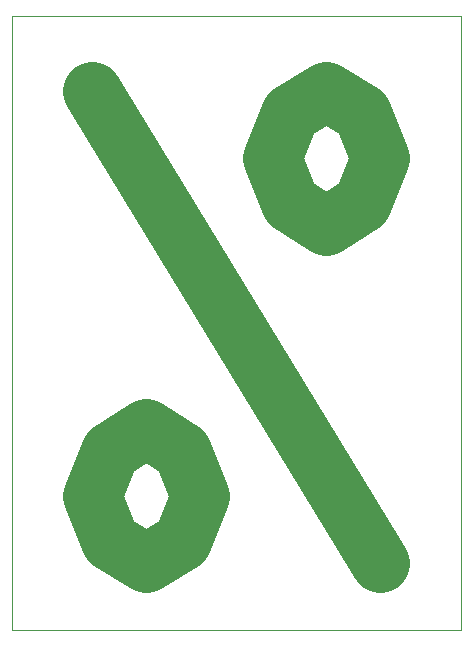
<source format=gbr>
%TF.GenerationSoftware,KiCad,Pcbnew,5.1.9+dfsg1-1+deb11u1*%
%TF.CreationDate,2023-08-15T12:15:31+02:00*%
%TF.ProjectId,label1,6c616265-6c31-42e6-9b69-6361645f7063,rev?*%
%TF.SameCoordinates,Original*%
%TF.FileFunction,Legend,Bot*%
%TF.FilePolarity,Positive*%
%FSLAX46Y46*%
G04 Gerber Fmt 4.6, Leading zero omitted, Abs format (unit mm)*
G04 Created by KiCad (PCBNEW 5.1.9+dfsg1-1+deb11u1) date 2023-08-15 12:15:31*
%MOMM*%
%LPD*%
G01*
G04 APERTURE LIST*
%ADD10C,5.000000*%
%ADD11C,0.120000*%
G04 APERTURE END LIST*
D10*
X67190476Y-107345238D02*
X42809523Y-67345238D01*
X62619047Y-67345238D02*
X59571428Y-69250000D01*
X58047619Y-73059523D01*
X59571428Y-76869047D01*
X62619047Y-78773809D01*
X65666666Y-76869047D01*
X67190476Y-73059523D01*
X65666666Y-69250000D01*
X62619047Y-67345238D01*
X44333333Y-105440476D02*
X42809523Y-101630952D01*
X44333333Y-97821428D01*
X47380952Y-95916666D01*
X50428571Y-97821428D01*
X51952380Y-101630952D01*
X50428571Y-105440476D01*
X47380952Y-107345238D01*
X44333333Y-105440476D01*
D11*
X36000000Y-61000000D02*
X36000000Y-113000000D01*
X74000000Y-61000000D02*
X36000000Y-61000000D01*
X74000000Y-113000000D02*
X74000000Y-61000000D01*
X36000000Y-113000000D02*
X74000000Y-113000000D01*
M02*

</source>
